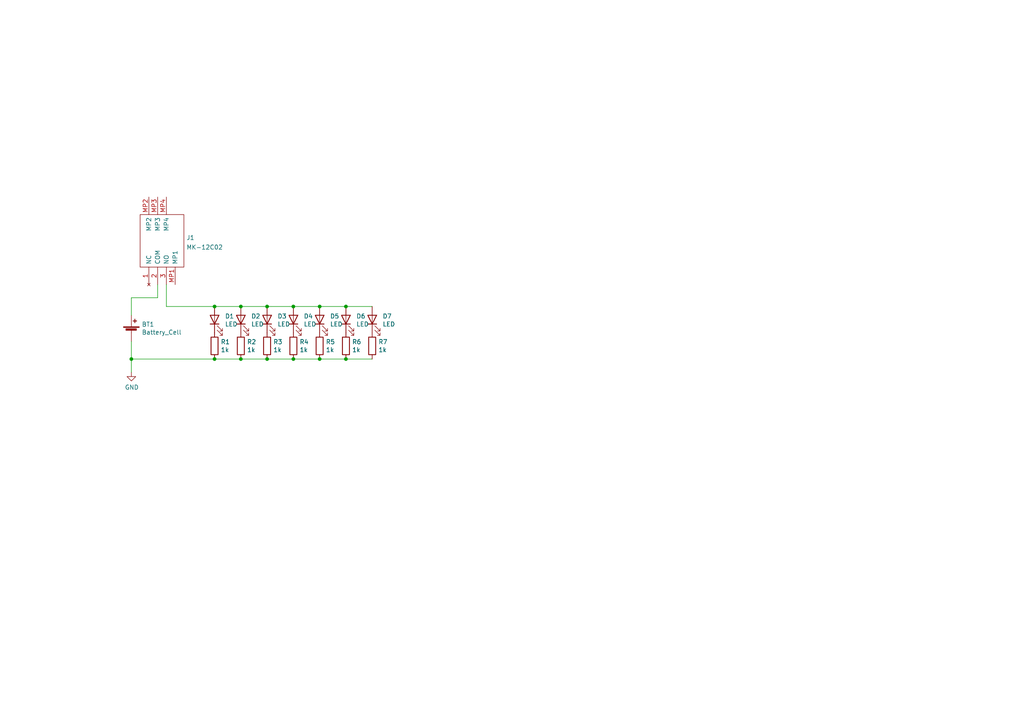
<source format=kicad_sch>
(kicad_sch (version 20211123) (generator eeschema)
  (paper "A4")
  (lib_symbols
    (symbol "Device:Battery_Cell" (pin_numbers hide) (pin_names (offset 0) hide)
      (property "Reference" "BT" (at 2.54 2.54 0))
      (property "Value" "Battery_Cell" (at 2.54 0 0))
      (symbol "Battery_Cell_0_1"
        (rectangle (start -2.286 1.778) (end 2.286 1.524) (fill (type outline)))
        (rectangle (start -1.5748 1.1938) (end 1.4732 0.6858) (fill (type outline)))
        (polyline (pts (xy 0 0.762) (xy 0 0)))
        (polyline (pts (xy 0 1.778) (xy 0 2.54)))
        (polyline (pts (xy 0.508 3.429) (xy 1.524 3.429)) (stroke (width 0.254)))
        (polyline (pts (xy 1.016 3.937) (xy 1.016 2.921)) (stroke (width 0.254)))
      )
      (symbol "Battery_Cell_1_1"
        (pin passive line (at 0 5.08 270) (length 2.54) (name "+") (number "1"))
        (pin passive line (at 0 -2.54 90) (length 2.54) (name "-") (number "2"))
      )
    )
    (symbol "Device:LED" (pin_numbers hide) (pin_names (offset 1.016) hide)
      (property "Reference" "D" (at 0 2.54 0))
      (property "Value" "LED" (at 0 -2.54 0))
      (symbol "LED_0_1"
        (polyline (pts (xy -1.27 -1.27) (xy -1.27 1.27)) (stroke (width 0.254)))
        (polyline (pts (xy -1.27 0) (xy 1.27 0)))
        (polyline (pts (xy 1.27 -1.27) (xy 1.27 1.27) (xy -1.27 0) (xy 1.27 -1.27)) (stroke (width 0.254)))
        (polyline (pts (xy -3.048 -0.762) (xy -4.572 -2.286) (xy -3.81 -2.286) (xy -4.572 -2.286) (xy -4.572 -1.524)))
        (polyline (pts (xy -1.778 -0.762) (xy -3.302 -2.286) (xy -2.54 -2.286) (xy -3.302 -2.286) (xy -3.302 -1.524)))
      )
      (symbol "LED_1_1"
        (pin passive line (at -3.81 0 0) (length 2.54) (name "K") (number "1"))
        (pin passive line (at 3.81 0 180) (length 2.54) (name "A") (number "2"))
      )
    )
    (symbol "Device:R" (pin_numbers hide) (pin_names (offset 0))
      (property "Reference" "R" (at 2.032 0 90))
      (property "Value" "R" (at 0 0 90))
      (symbol "R_0_1"
        (rectangle (start -1.016 -2.54) (end 1.016 2.54) (stroke (width 0.254)))
      )
      (symbol "R_1_1"
        (pin passive line (at 0 3.81 270) (length 1.27) (name "~") (number "1"))
        (pin passive line (at 0 -3.81 90) (length 1.27) (name "~") (number "2"))
      )
    )
    (symbol "MK-12C02:MK-12C02" (pin_names (offset 0.762))
      (property "Reference" "J" (at 21.59 7.62 0))
      (property "Value" "MK-12C02" (at 21.59 5.08 0))
      (symbol "MK-12C02_0_0"
        (pin no_connect line (at 0 0 0) (length 5.08) (name "NC") (number "1"))
        (pin passive line (at 0 -2.54 0) (length 5.08) (name "COM") (number "2"))
        (pin passive line (at 0 -5.08 0) (length 5.08) (name "NO") (number "3"))
        (pin passive line (at 0 -7.62 0) (length 5.08) (name "MP1") (number "MP1"))
        (pin passive line (at 25.4 0 180) (length 5.08) (name "MP2") (number "MP2"))
        (pin passive line (at 25.4 -2.54 180) (length 5.08) (name "MP3") (number "MP3"))
        (pin passive line (at 25.4 -5.08 180) (length 5.08) (name "MP4") (number "MP4"))
      )
      (symbol "MK-12C02_0_1"
        (polyline (pts (xy 5.08 2.54) (xy 20.32 2.54) (xy 20.32 -10.16) (xy 5.08 -10.16) (xy 5.08 2.54)) (stroke (width 0.1524)))
      )
    )
    (symbol "power:GND" (power) (pin_names (offset 0))
      (property "Value" "GND" (at 0 -3.81 0))
      (symbol "GND_0_1"
        (polyline (pts (xy 0 0) (xy 0 -1.27) (xy 1.27 -1.27) (xy 0 -2.54) (xy -1.27 -1.27) (xy 0 -1.27)))
      )
      (symbol "GND_1_1"
        (pin power_in line (at 0 0 270) (length 0) hide (name "GND") (number "1"))
      )
    )
  )
  (junction (at 100.33 104.14))
  (junction (at 77.47 104.14))
  (junction (at 92.71 104.14))
  (junction (at 69.85 104.14))
  (junction (at 77.47 88.9))
  (junction (at 100.33 88.9))
  (junction (at 38.1 104.14))
  (junction (at 62.23 104.14))
  (junction (at 85.09 88.9))
  (junction (at 92.71 88.9))
  (junction (at 69.85 88.9))
  (junction (at 62.23 88.9))
  (junction (at 85.09 104.14))
  (wire (pts (xy 92.71 104.14) (xy 85.09 104.14)))
  (wire (pts (xy 69.85 104.14) (xy 62.23 104.14)))
  (wire (pts (xy 48.26 82.55) (xy 48.26 88.9)))
  (wire (pts (xy 45.72 82.55) (xy 45.72 86.36)))
  (wire (pts (xy 85.09 88.9) (xy 92.71 88.9)))
  (wire (pts (xy 38.1 104.14) (xy 62.23 104.14)))
  (wire (pts (xy 100.33 88.9) (xy 107.95 88.9)))
  (wire (pts (xy 92.71 88.9) (xy 100.33 88.9)))
  (wire (pts (xy 77.47 88.9) (xy 85.09 88.9)))
  (wire (pts (xy 48.26 88.9) (xy 62.23 88.9)))
  (wire (pts (xy 62.23 88.9) (xy 69.85 88.9)))
  (wire (pts (xy 69.85 88.9) (xy 77.47 88.9)))
  (wire (pts (xy 38.1 86.36) (xy 38.1 91.44)))
  (wire (pts (xy 38.1 107.95) (xy 38.1 104.14)))
  (wire (pts (xy 38.1 86.36) (xy 45.72 86.36)))
  (wire (pts (xy 38.1 99.06) (xy 38.1 104.14)))
  (wire (pts (xy 85.09 104.14) (xy 77.47 104.14)))
  (wire (pts (xy 107.95 104.14) (xy 100.33 104.14)))
  (wire (pts (xy 100.33 104.14) (xy 92.71 104.14)))
  (wire (pts (xy 77.47 104.14) (xy 69.85 104.14)))
  (symbol (lib_id "Device:Battery_Cell") (at 38.1 96.52 0) (unit 1)
    (property "Reference" "BT1" (at 41.0972 94.0816 0) (effects (justify left)))
    (property "Value" "Battery_Cell" (at 41.0972 96.393 0) (effects (justify left)))
    (property "Footprint" "user-footprints:CR2032_holder_ali" (effects hide))
  )
  (symbol (lib_id "Device:LED") (at 62.23 92.71 90) (unit 1)
    (property "Reference" "D1" (at 65.2272 91.7194 90) (effects (justify right)))
    (property "Value" "LED" (at 65.2272 94.0308 90) (effects (justify right)))
    (property "Footprint" "LED_SMD:LED_0805_2012Metric_Pad1.15x1.40mm_HandSolder" (effects hide))
  )
  (symbol (lib_id "Device:LED") (at 69.85 92.71 90) (unit 1)
    (property "Reference" "D2" (at 72.8472 91.7194 90) (effects (justify right)))
    (property "Value" "LED" (at 72.8472 94.0308 90) (effects (justify right)))
    (property "Footprint" "LED_SMD:LED_0805_2012Metric_Pad1.15x1.40mm_HandSolder" (effects hide))
  )
  (symbol (lib_id "Device:LED") (at 77.47 92.71 90) (unit 1)
    (property "Reference" "D3" (at 80.4672 91.7194 90) (effects (justify right)))
    (property "Value" "LED" (at 80.4672 94.0308 90) (effects (justify right)))
    (property "Footprint" "LED_SMD:LED_0805_2012Metric_Pad1.15x1.40mm_HandSolder" (effects hide))
  )
  (symbol (lib_id "Device:LED") (at 85.09 92.71 90) (unit 1)
    (property "Reference" "D4" (at 88.0872 91.7194 90) (effects (justify right)))
    (property "Value" "LED" (at 88.0872 94.0308 90) (effects (justify right)))
    (property "Footprint" "LED_SMD:LED_0805_2012Metric_Pad1.15x1.40mm_HandSolder" (effects hide))
  )
  (symbol (lib_id "Device:LED") (at 92.71 92.71 90) (unit 1)
    (property "Reference" "D5" (at 95.7072 91.7194 90) (effects (justify right)))
    (property "Value" "LED" (at 95.7072 94.0308 90) (effects (justify right)))
    (property "Footprint" "LED_SMD:LED_0805_2012Metric_Pad1.15x1.40mm_HandSolder" (effects hide))
  )
  (symbol (lib_id "Device:LED") (at 100.33 92.71 90) (unit 1)
    (property "Reference" "D6" (at 103.3272 91.7194 90) (effects (justify right)))
    (property "Value" "LED" (at 103.3272 94.0308 90) (effects (justify right)))
    (property "Footprint" "LED_SMD:LED_0805_2012Metric_Pad1.15x1.40mm_HandSolder" (effects hide))
  )
  (symbol (lib_id "Device:LED") (at 107.95 92.71 90) (unit 1)
    (property "Reference" "D7" (at 110.9472 91.7194 90) (effects (justify right)))
    (property "Value" "LED" (at 110.9472 94.0308 90) (effects (justify right)))
    (property "Footprint" "LED_SMD:LED_0805_2012Metric_Pad1.15x1.40mm_HandSolder" (effects hide))
  )
  (symbol (lib_id "Device:R") (at 62.23 100.33 0) (unit 1)
    (property "Reference" "R1" (at 64.008 99.1616 0) (effects (justify left)))
    (property "Value" "1k" (at 64.008 101.473 0) (effects (justify left)))
    (property "Footprint" "Resistor_SMD:R_0805_2012Metric_Pad1.20x1.40mm_HandSolder" (effects hide))
  )
  (symbol (lib_id "Device:R") (at 69.85 100.33 0) (unit 1)
    (property "Reference" "R2" (at 71.628 99.1616 0) (effects (justify left)))
    (property "Value" "1k" (at 71.628 101.473 0) (effects (justify left)))
    (property "Footprint" "Resistor_SMD:R_0805_2012Metric_Pad1.20x1.40mm_HandSolder" (effects hide))
  )
  (symbol (lib_id "Device:R") (at 77.47 100.33 0) (unit 1)
    (property "Reference" "R3" (at 79.248 99.1616 0) (effects (justify left)))
    (property "Value" "1k" (at 79.248 101.473 0) (effects (justify left)))
    (property "Footprint" "Resistor_SMD:R_0805_2012Metric_Pad1.20x1.40mm_HandSolder" (effects hide))
  )
  (symbol (lib_id "Device:R") (at 85.09 100.33 0) (unit 1)
    (property "Reference" "R4" (at 86.868 99.1616 0) (effects (justify left)))
    (property "Value" "1k" (at 86.868 101.473 0) (effects (justify left)))
    (property "Footprint" "Resistor_SMD:R_0805_2012Metric_Pad1.20x1.40mm_HandSolder" (effects hide))
  )
  (symbol (lib_id "Device:R") (at 92.71 100.33 0) (unit 1)
    (property "Reference" "R5" (at 94.488 99.1616 0) (effects (justify left)))
    (property "Value" "1k" (at 94.488 101.473 0) (effects (justify left)))
    (property "Footprint" "Resistor_SMD:R_0805_2012Metric_Pad1.20x1.40mm_HandSolder" (effects hide))
  )
  (symbol (lib_id "Device:R") (at 100.33 100.33 0) (unit 1)
    (property "Reference" "R6" (at 102.108 99.1616 0) (effects (justify left)))
    (property "Value" "1k" (at 102.108 101.473 0) (effects (justify left)))
    (property "Footprint" "Resistor_SMD:R_0805_2012Metric_Pad1.20x1.40mm_HandSolder" (effects hide))
  )
  (symbol (lib_id "Device:R") (at 107.95 100.33 0) (unit 1)
    (property "Reference" "R7" (at 109.728 99.1616 0) (effects (justify left)))
    (property "Value" "1k" (at 109.728 101.473 0) (effects (justify left)))
    (property "Footprint" "Resistor_SMD:R_0805_2012Metric_Pad1.20x1.40mm_HandSolder" (effects hide))
  )
  (symbol (lib_id "power:GND") (at 38.1 107.95 0) (unit 1)
    (property "Reference" "#PWR01" (effects hide))
    (property "Value" "GND" (at 38.227 112.3442 0))
  )
  (symbol (lib_id "MK-12C02:MK-12C02") (at 43.18 82.55 90) (unit 1)
    (property "Reference" "J1" (at 54.0512 68.9415 90) (effects (justify right)))
    (property "Value" "MK-12C02" (at 54.0512 71.7166 90) (effects (justify right)))
    (property "Footprint" "user-footprints:MK12C02" (effects hide))
    (property "Datasheet" "https://statics3.seeedstudio.com/images/opl/datasheet/311030001.pdf" (effects hide))
    (property "Description" "connector" (effects hide))
    (property "Height" "3.3" (effects hide))
    (property "Manufacturer_Name" "XIEJIA ELECTRONICS" (effects hide))
    (property "Manufacturer_Part_Number" "MK-12C02" (effects hide))
  )
)
</source>
